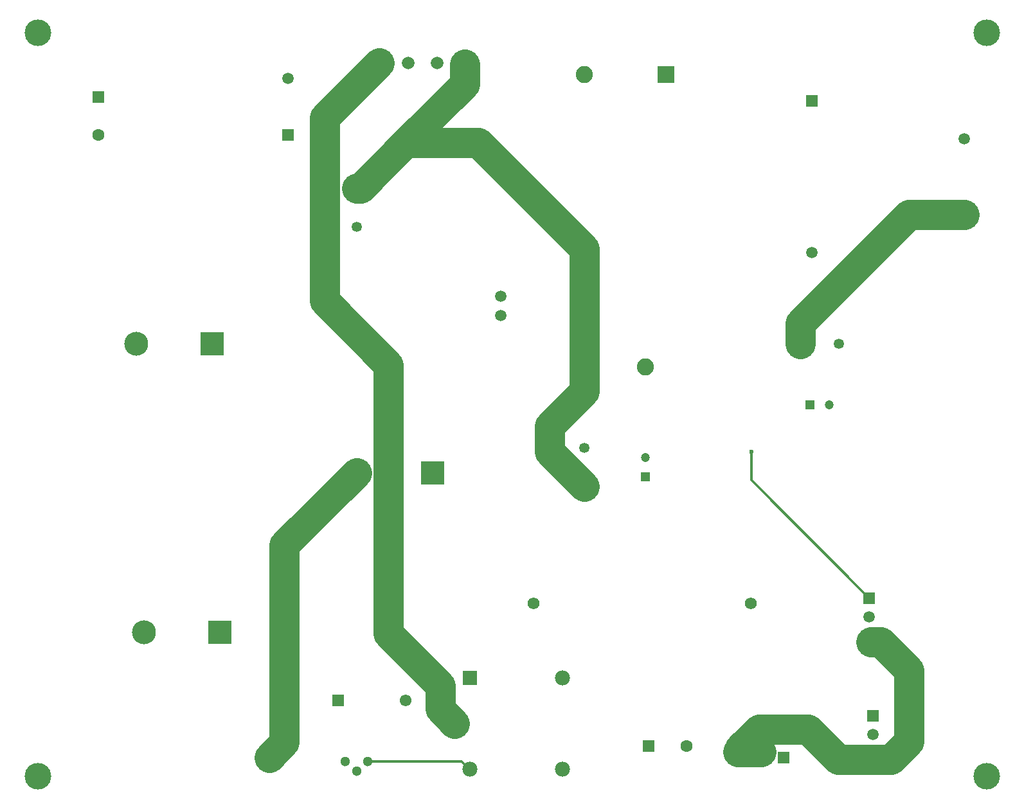
<source format=gbl>
G04*
G04 #@! TF.GenerationSoftware,Altium Limited,Altium Designer,23.4.1 (23)*
G04*
G04 Layer_Physical_Order=2*
G04 Layer_Color=16711680*
%FSLAX44Y44*%
%MOMM*%
G71*
G04*
G04 #@! TF.SameCoordinates,D707CC84-C655-447D-9D72-A261F95A4AE0*
G04*
G04*
G04 #@! TF.FilePolarity,Positive*
G04*
G01*
G75*
%ADD14C,0.3000*%
%ADD29C,1.3500*%
%ADD30R,1.3500X1.3500*%
%ADD36R,1.2000X1.2000*%
%ADD37C,1.2000*%
%ADD38R,1.3500X1.3500*%
%ADD50R,1.2000X1.2000*%
%ADD54C,1.5500*%
%ADD55R,1.5500X1.5500*%
%ADD59C,4.0000*%
%ADD60C,1.5750*%
%ADD61C,3.1500*%
%ADD62R,3.1500X3.1500*%
%ADD63C,3.5000*%
%ADD64R,1.5000X1.5000*%
%ADD65C,1.5000*%
%ADD66R,1.6650X1.6650*%
%ADD67C,1.6650*%
%ADD68R,1.6000X1.6000*%
%ADD69C,1.6000*%
%ADD70C,1.5080*%
%ADD71R,1.5080X1.5080*%
%ADD72R,1.5750X1.5750*%
%ADD73R,1.6000X1.6000*%
%ADD74C,2.2500*%
%ADD75R,2.2500X2.2500*%
%ADD76R,1.5000X1.5000*%
%ADD77R,1.9800X1.9800*%
%ADD78C,1.9350*%
%ADD79C,1.9800*%
%ADD80C,1.3000*%
%ADD81C,0.6000*%
%ADD82C,1.6950*%
D14*
X970000Y420250D02*
Y457500D01*
Y420250D02*
X1125250Y265000D01*
X464850Y50000D02*
X588635D01*
X598635Y40000D01*
X599000D01*
D29*
X750000Y462900D02*
D03*
X1085400Y600000D02*
D03*
X450000Y754600D02*
D03*
D30*
X750000Y412100D02*
D03*
X450000Y805400D02*
D03*
D36*
X1047500Y520000D02*
D03*
D37*
X1072500D02*
D03*
X830000Y450000D02*
D03*
D38*
X1034600Y600000D02*
D03*
D50*
X830000Y425000D02*
D03*
D54*
X514400Y130000D02*
D03*
D55*
X425600D02*
D03*
D59*
X1102500Y52500D02*
X1154069D01*
X355000Y75000D02*
Y335000D01*
X335000Y55000D02*
X355000Y75000D01*
X492032Y217968D02*
X560000Y150000D01*
X492032Y217968D02*
Y572468D01*
X355000Y335000D02*
X450000Y430000D01*
X407968Y656532D02*
X492032Y572468D01*
X750000Y570000D02*
Y725000D01*
X515000Y865000D02*
X592500Y942500D01*
X515000Y865000D02*
X610000D01*
X750000Y725000D01*
X455400Y805400D02*
X515000Y865000D01*
X450000Y805400D02*
X455400D01*
X592500Y942500D02*
Y968200D01*
X407968Y656532D02*
Y897968D01*
X480000Y970000D01*
X1034600Y600000D02*
Y627100D01*
X1177500Y770000D02*
X1250000D01*
X1034600Y627100D02*
X1177500Y770000D01*
X750000Y537500D02*
Y570000D01*
X703868Y458232D02*
X750000Y412100D01*
X703868Y458232D02*
Y491368D01*
X750000Y537500D01*
X1140000Y207500D02*
X1177500Y170000D01*
Y75932D02*
Y170000D01*
X1154069Y52500D02*
X1177500Y75932D01*
X1127500Y207500D02*
X1140000D01*
X1084253Y52500D02*
X1095000D01*
X1044253Y92500D02*
X1084253Y52500D01*
X955000Y67500D02*
X980000Y92500D01*
X1044253D01*
X952500Y62500D02*
X982500D01*
X560000Y119000D02*
X579000Y100000D01*
X560000Y119000D02*
Y150000D01*
D60*
X683000Y258000D02*
D03*
X969000D02*
D03*
X987500Y54750D02*
D03*
D61*
X170000Y220000D02*
D03*
X160000Y600000D02*
D03*
X450000Y430000D02*
D03*
D62*
X270000Y220000D02*
D03*
X260000Y600000D02*
D03*
X550000Y430000D02*
D03*
D63*
X30000Y1010000D02*
D03*
Y30000D02*
D03*
X1280000D02*
D03*
Y1010000D02*
D03*
D64*
X1050000Y920000D02*
D03*
D65*
Y720000D02*
D03*
X1250000Y770000D02*
D03*
Y870000D02*
D03*
X640002Y637298D02*
D03*
Y662698D02*
D03*
X360000Y950000D02*
D03*
D66*
X480000Y970000D02*
D03*
D67*
X518100D02*
D03*
X556200D02*
D03*
X594300D02*
D03*
D68*
X835000Y70000D02*
D03*
D69*
X885000D02*
D03*
X110000Y875000D02*
D03*
D70*
X1130000Y60000D02*
D03*
Y85000D02*
D03*
X1125250Y215000D02*
D03*
Y240000D02*
D03*
D71*
X1130000Y110000D02*
D03*
X1125250Y265000D02*
D03*
D72*
X1012500Y54750D02*
D03*
D73*
X110000Y925000D02*
D03*
D74*
X830000Y570000D02*
D03*
X750000D02*
D03*
Y955000D02*
D03*
D75*
X857500D02*
D03*
D76*
X360000Y875000D02*
D03*
D77*
X599000Y160000D02*
D03*
D78*
X579000Y100000D02*
D03*
D79*
X599000Y40000D02*
D03*
X721000D02*
D03*
Y160000D02*
D03*
D80*
X435150Y50000D02*
D03*
X450000Y37300D02*
D03*
X464850Y50000D02*
D03*
D81*
X970000Y457500D02*
D03*
D82*
X335000Y55000D02*
D03*
M02*

</source>
